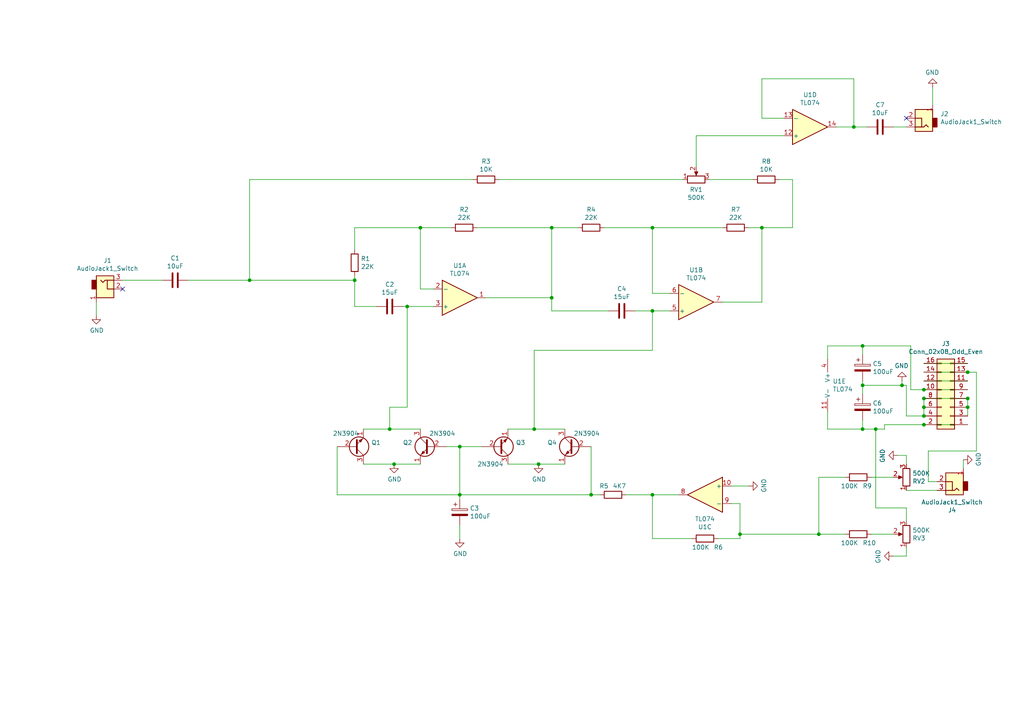
<source format=kicad_sch>
(kicad_sch (version 20250114) (generator "eeschema") (generator_version "9.0")
  (paper "A4")
  (lib_symbols
    (symbol "Amplifier_Operational:TL074" (pin_names (offset 0.127))
      (property "Reference" "U" (at 0 5.08 0))
      (property "Value" "TL074" (at 0 -5.08 0))
      (symbol "TL074_1_1"
        (polyline (pts (xy -5.08 5.08) (xy 5.08 0) (xy -5.08 -5.08) (xy -5.08 5.08)) (stroke (width 0.254)) (fill (type background)))
        (pin input line (at -7.62 2.54 0) (length 2.54) (name "+") (number "3"))
        (pin input line (at -7.62 -2.54 0) (length 2.54) (name "-") (number "2"))
        (pin output line (at 7.62 0 180) (length 2.54) (name "~") (number "1"))
      )
      (symbol "TL074_2_1"
        (polyline (pts (xy -5.08 5.08) (xy 5.08 0) (xy -5.08 -5.08) (xy -5.08 5.08)) (stroke (width 0.254)) (fill (type background)))
        (pin input line (at -7.62 2.54 0) (length 2.54) (name "+") (number "5"))
        (pin input line (at -7.62 -2.54 0) (length 2.54) (name "-") (number "6"))
        (pin output line (at 7.62 0 180) (length 2.54) (name "~") (number "7"))
      )
      (symbol "TL074_3_1"
        (polyline (pts (xy -5.08 5.08) (xy 5.08 0) (xy -5.08 -5.08) (xy -5.08 5.08)) (stroke (width 0.254)) (fill (type background)))
        (pin input line (at -7.62 2.54 0) (length 2.54) (name "+") (number "10"))
        (pin input line (at -7.62 -2.54 0) (length 2.54) (name "-") (number "9"))
        (pin output line (at 7.62 0 180) (length 2.54) (name "~") (number "8"))
      )
      (symbol "TL074_4_1"
        (polyline (pts (xy -5.08 5.08) (xy 5.08 0) (xy -5.08 -5.08) (xy -5.08 5.08)) (stroke (width 0.254)) (fill (type background)))
        (pin input line (at -7.62 2.54 0) (length 2.54) (name "+") (number "12"))
        (pin input line (at -7.62 -2.54 0) (length 2.54) (name "-") (number "13"))
        (pin output line (at 7.62 0 180) (length 2.54) (name "~") (number "14"))
      )
      (symbol "TL074_5_1"
        (pin power_in line (at -2.54 7.62 270) (length 3.81) (name "V+") (number "4"))
        (pin power_in line (at -2.54 -7.62 90) (length 3.81) (name "V-") (number "11"))
      )
    )
    (symbol "Connector_Generic:Conn_02x08_Odd_Even" (pin_names (offset 1.016) (hide yes))
      (property "Reference" "J" (at 1.27 10.16 0))
      (property "Value" "Conn_02x08_Odd_Even" (at 1.27 -12.7 0))
      (symbol "Conn_02x08_Odd_Even_1_1"
        (rectangle (start -1.27 8.89) (end 3.81 -11.43) (stroke (width 0.254)) (fill (type background)))
        (rectangle (start -1.27 7.747) (end 0 7.493) (stroke (width 0.1524)))
        (rectangle (start -1.27 5.207) (end 0 4.953) (stroke (width 0.1524)))
        (rectangle (start -1.27 2.667) (end 0 2.413) (stroke (width 0.1524)))
        (rectangle (start -1.27 0.127) (end 0 -0.127) (stroke (width 0.1524)))
        (rectangle (start -1.27 -2.413) (end 0 -2.667) (stroke (width 0.1524)))
        (rectangle (start -1.27 -4.953) (end 0 -5.207) (stroke (width 0.1524)))
        (rectangle (start -1.27 -7.493) (end 0 -7.747) (stroke (width 0.1524)))
        (rectangle (start -1.27 -10.033) (end 0 -10.287) (stroke (width 0.1524)))
        (rectangle (start 3.81 7.747) (end 2.54 7.493) (stroke (width 0.1524)))
        (rectangle (start 3.81 5.207) (end 2.54 4.953) (stroke (width 0.1524)))
        (rectangle (start 3.81 2.667) (end 2.54 2.413) (stroke (width 0.1524)))
        (rectangle (start 3.81 0.127) (end 2.54 -0.127) (stroke (width 0.1524)))
        (rectangle (start 3.81 -2.413) (end 2.54 -2.667) (stroke (width 0.1524)))
        (rectangle (start 3.81 -4.953) (end 2.54 -5.207) (stroke (width 0.1524)))
        (rectangle (start 3.81 -7.493) (end 2.54 -7.747) (stroke (width 0.1524)))
        (rectangle (start 3.81 -10.033) (end 2.54 -10.287) (stroke (width 0.1524)))
        (pin passive line (at -5.08 7.62 0) (length 3.81) (name "Pin_1") (number "1"))
        (pin passive line (at -5.08 5.08 0) (length 3.81) (name "Pin_3") (number "3"))
        (pin passive line (at -5.08 2.54 0) (length 3.81) (name "Pin_5") (number "5"))
        (pin passive line (at -5.08 0 0) (length 3.81) (name "Pin_7") (number "7"))
        (pin passive line (at -5.08 -2.54 0) (length 3.81) (name "Pin_9") (number "9"))
        (pin passive line (at -5.08 -5.08 0) (length 3.81) (name "Pin_11") (number "11"))
        (pin passive line (at -5.08 -7.62 0) (length 3.81) (name "Pin_13") (number "13"))
        (pin passive line (at -5.08 -10.16 0) (length 3.81) (name "Pin_15") (number "15"))
        (pin passive line (at 7.62 7.62 180) (length 3.81) (name "Pin_2") (number "2"))
        (pin passive line (at 7.62 5.08 180) (length 3.81) (name "Pin_4") (number "4"))
        (pin passive line (at 7.62 2.54 180) (length 3.81) (name "Pin_6") (number "6"))
        (pin passive line (at 7.62 0 180) (length 3.81) (name "Pin_8") (number "8"))
        (pin passive line (at 7.62 -2.54 180) (length 3.81) (name "Pin_10") (number "10"))
        (pin passive line (at 7.62 -5.08 180) (length 3.81) (name "Pin_12") (number "12"))
        (pin passive line (at 7.62 -7.62 180) (length 3.81) (name "Pin_14") (number "14"))
        (pin passive line (at 7.62 -10.16 180) (length 3.81) (name "Pin_16") (number "16"))
      )
    )
    (symbol "Custom_Lib:AudioJack1_Switch"
      (property "Reference" "J" (at 0 8.89 0))
      (property "Value" "Custom_Lib_AudioJack1_Switch" (at 0 6.35 0))
      (symbol "AudioJack1_Switch_0_1"
        (rectangle (start -2.54 0) (end -3.81 2.54) (stroke (width 0.254)) (fill (type outline)))
        (polyline (pts (xy -1.27 2.54) (xy -0.635 1.905) (xy 0 2.54) (xy 2.54 2.54)) (stroke (width 0.254)))
        (polyline (pts (xy 0.635 2.54) (xy 0.635 0) (xy 2.54 0)) (stroke (width 0.254)))
        (rectangle (start 2.54 3.81) (end -2.54 -2.54) (stroke (width 0.254)) (fill (type background)))
      )
      (symbol "AudioJack1_Switch_1_1"
        (pin passive line (at -2.54 -3.81 90) (length 2.54) (name "~") (number "1"))
        (pin passive line (at 5.08 2.54 180) (length 2.54) (name "~") (number "3"))
        (pin passive line (at 5.08 0 180) (length 2.54) (name "~") (number "2"))
      )
    )
    (symbol "Device:C" (pin_numbers (hide yes)) (pin_names (offset 0.254))
      (property "Reference" "C" (at 0.635 2.54 0))
      (property "Value" "C" (at 0.635 -2.54 0))
      (symbol "C_0_1"
        (polyline (pts (xy -2.032 0.762) (xy 2.032 0.762)) (stroke (width 0.508)))
        (polyline (pts (xy -2.032 -0.762) (xy 2.032 -0.762)) (stroke (width 0.508)))
      )
      (symbol "C_1_1"
        (pin passive line (at 0 3.81 270) (length 2.794) (name "~") (number "1"))
        (pin passive line (at 0 -3.81 90) (length 2.794) (name "~") (number "2"))
      )
    )
    (symbol "Device:CP" (pin_numbers (hide yes)) (pin_names (offset 0.254))
      (property "Reference" "C" (at 0.635 2.54 0))
      (property "Value" "Device_CP" (at 0.635 -2.54 0))
      (symbol "CP_0_1"
        (rectangle (start -2.286 0.508) (end 2.286 1.016))
        (polyline (pts (xy -1.778 2.286) (xy -0.762 2.286)))
        (polyline (pts (xy -1.27 2.794) (xy -1.27 1.778)))
        (rectangle (start 2.286 -0.508) (end -2.286 -1.016) (fill (type outline)))
      )
      (symbol "CP_1_1"
        (pin passive line (at 0 3.81 270) (length 2.794) (name "~") (number "1"))
        (pin passive line (at 0 -3.81 90) (length 2.794) (name "~") (number "2"))
      )
    )
    (symbol "Device:R" (pin_numbers (hide yes)) (pin_names (offset 0))
      (property "Reference" "R" (at 2.032 0 90))
      (property "Value" "R" (at 0 0 90))
      (symbol "R_0_1"
        (rectangle (start -1.016 -2.54) (end 1.016 2.54) (stroke (width 0.254)))
      )
      (symbol "R_1_1"
        (pin passive line (at 0 3.81 270) (length 1.27) (name "~") (number "1"))
        (pin passive line (at 0 -3.81 90) (length 1.27) (name "~") (number "2"))
      )
    )
    (symbol "Device:R_POT" (pin_names (offset 1.016) (hide yes))
      (property "Reference" "RV" (at -4.445 0 90))
      (property "Value" "Device_R_POT" (at -2.54 0 90))
      (symbol "R_POT_0_1"
        (rectangle (start 1.016 2.54) (end -1.016 -2.54) (stroke (width 0.254)))
        (polyline (pts (xy 1.143 0) (xy 2.286 0.508) (xy 2.286 -0.508) (xy 1.143 0)) (fill (type outline)))
        (polyline (pts (xy 2.54 0) (xy 1.524 0)))
      )
      (symbol "R_POT_1_1"
        (pin passive line (at 0 3.81 270) (length 1.27) (name "1") (number "1"))
        (pin passive line (at 0 -3.81 90) (length 1.27) (name "3") (number "3"))
        (pin passive line (at 3.81 0 180) (length 1.27) (name "2") (number "2"))
      )
    )
    (symbol "Transistor_BJT:2N3904" (pin_names (offset 0) (hide yes))
      (property "Reference" "Q" (at 5.08 1.905 0))
      (property "Value" "2N3904" (at 5.08 0 0))
      (symbol "2N3904_0_1"
        (polyline (pts (xy 0.635 1.905) (xy 0.635 -1.905) (xy 0.635 -1.905)) (stroke (width 0.508)))
        (polyline (pts (xy 0.635 0.635) (xy 2.54 2.54)))
        (polyline (pts (xy 0.635 -0.635) (xy 2.54 -2.54) (xy 2.54 -2.54)))
        (circle (center 1.27 0) (radius 2.8194) (stroke (width 0.254)))
        (polyline (pts (xy 1.27 -1.778) (xy 1.778 -1.27) (xy 2.286 -2.286) (xy 1.27 -1.778) (xy 1.27 -1.778)) (fill (type outline)))
      )
      (symbol "2N3904_1_1"
        (pin passive line (at -5.08 0 0) (length 5.715) (name "B") (number "2"))
        (pin passive line (at 2.54 5.08 270) (length 2.54) (name "C") (number "3"))
        (pin passive line (at 2.54 -5.08 90) (length 2.54) (name "E") (number "1"))
      )
    )
    (symbol "power:GND" (power) (pin_names (offset 0))
      (property "Value" "GND" (at 0 -3.81 0))
      (symbol "GND_0_1"
        (polyline (pts (xy 0 0) (xy 0 -1.27) (xy 1.27 -1.27) (xy 0 -2.54) (xy -1.27 -1.27) (xy 0 -1.27)))
      )
      (symbol "GND_1_1"
        (pin power_in line (at 0 0 270) (length 0) (hide yes) (name "GND") (number "1"))
      )
    )
  )
  (junction (at 118.11 88.9))
  (junction (at 237.49 154.94))
  (junction (at 171.45 143.51))
  (junction (at 250.19 100.33))
  (junction (at 267.97 118.11))
  (junction (at 247.65 36.83))
  (junction (at 267.97 123.19))
  (junction (at 189.23 90.17))
  (junction (at 267.97 115.57))
  (junction (at 114.3 134.62))
  (junction (at 154.94 124.46))
  (junction (at 133.35 143.51))
  (junction (at 267.97 113.03))
  (junction (at 267.97 120.65))
  (junction (at 220.98 66.04))
  (junction (at 254 124.46))
  (junction (at 280.67 107.95))
  (junction (at 214.63 154.94))
  (junction (at 160.02 86.36))
  (junction (at 250.19 111.76))
  (junction (at 261.62 111.76))
  (junction (at 189.23 66.04))
  (junction (at 121.92 66.04))
  (junction (at 102.87 81.28))
  (junction (at 250.19 124.46))
  (junction (at 72.39 81.28))
  (junction (at 160.02 66.04))
  (junction (at 156.21 134.62))
  (junction (at 280.67 118.11))
  (junction (at 280.67 115.57))
  (junction (at 189.23 143.51))
  (junction (at 113.03 124.46))
  (junction (at 133.35 129.54))
  (no_connect (at 35.56 83.82))
  (no_connect (at 262.89 34.29))
  (wire (pts (xy 196.85 143.51) (xy 189.23 143.51)))
  (wire (pts (xy 212.09 146.05) (xy 214.63 146.05)))
  (wire (pts (xy 118.11 118.11) (xy 113.03 118.11)))
  (wire (pts (xy 250.19 100.33) (xy 264.16 100.33)))
  (wire (pts (xy 27.94 87.63) (xy 27.94 91.44)))
  (wire (pts (xy 116.84 88.9) (xy 118.11 88.9)))
  (wire (pts (xy 214.63 156.21) (xy 208.28 156.21)))
  (wire (pts (xy 147.32 134.62) (xy 156.21 134.62)))
  (wire (pts (xy 262.89 158.75) (xy 262.89 161.29)))
  (wire (pts (xy 154.94 101.6) (xy 189.23 101.6)))
  (wire (pts (xy 267.97 105.41) (xy 280.67 105.41)))
  (wire (pts (xy 262.89 147.32) (xy 254 147.32)))
  (wire (pts (xy 189.23 143.51) (xy 181.61 143.51)))
  (wire (pts (xy 184.15 90.17) (xy 189.23 90.17)))
  (wire (pts (xy 264.16 113.03) (xy 264.16 100.33)))
  (wire (pts (xy 133.35 143.51) (xy 133.35 144.78)))
  (wire (pts (xy 259.08 138.43) (xy 252.73 138.43)))
  (wire (pts (xy 283.21 107.95) (xy 283.21 130.81)))
  (wire (pts (xy 220.98 22.86) (xy 247.65 22.86)))
  (wire (pts (xy 267.97 120.65) (xy 267.97 118.11)))
  (wire (pts (xy 250.19 111.76) (xy 261.62 111.76)))
  (wire (pts (xy 267.97 107.95) (xy 280.67 107.95)))
  (wire (pts (xy 102.87 66.04) (xy 121.92 66.04)))
  (wire (pts (xy 270.51 30.48) (xy 270.51 25.4)))
  (wire (pts (xy 250.19 111.76) (xy 250.19 114.3)))
  (wire (pts (xy 133.35 129.54) (xy 139.7 129.54)))
  (wire (pts (xy 262.89 132.08) (xy 260.35 132.08)))
  (wire (pts (xy 156.21 134.62) (xy 163.83 134.62)))
  (wire (pts (xy 113.03 124.46) (xy 121.92 124.46)))
  (wire (pts (xy 279.4 135.89) (xy 279.4 133.35)))
  (wire (pts (xy 240.03 104.14) (xy 240.03 100.33)))
  (wire (pts (xy 160.02 86.36) (xy 160.02 90.17)))
  (wire (pts (xy 262.89 151.13) (xy 262.89 147.32)))
  (wire (pts (xy 105.41 134.62) (xy 114.3 134.62)))
  (wire (pts (xy 214.63 154.94) (xy 214.63 156.21)))
  (wire (pts (xy 226.06 52.07) (xy 229.87 52.07)))
  (wire (pts (xy 198.12 52.07) (xy 144.78 52.07)))
  (wire (pts (xy 271.78 142.24) (xy 262.89 142.24)))
  (wire (pts (xy 269.24 139.7) (xy 271.78 139.7)))
  (wire (pts (xy 212.09 140.97) (xy 217.17 140.97)))
  (wire (pts (xy 138.43 66.04) (xy 160.02 66.04)))
  (wire (pts (xy 229.87 52.07) (xy 229.87 66.04)))
  (wire (pts (xy 133.35 152.4) (xy 133.35 156.21)))
  (wire (pts (xy 240.03 100.33) (xy 250.19 100.33)))
  (wire (pts (xy 194.31 85.09) (xy 189.23 85.09)))
  (wire (pts (xy 121.92 83.82) (xy 125.73 83.82)))
  (wire (pts (xy 121.92 66.04) (xy 130.81 66.04)))
  (wire (pts (xy 259.08 154.94) (xy 252.73 154.94)))
  (wire (pts (xy 140.97 86.36) (xy 160.02 86.36)))
  (wire (pts (xy 218.44 52.07) (xy 205.74 52.07)))
  (wire (pts (xy 154.94 101.6) (xy 154.94 124.46)))
  (wire (pts (xy 154.94 124.46) (xy 163.83 124.46)))
  (wire (pts (xy 171.45 143.51) (xy 133.35 143.51)))
  (wire (pts (xy 262.89 134.62) (xy 262.89 132.08)))
  (wire (pts (xy 189.23 85.09) (xy 189.23 66.04)))
  (wire (pts (xy 267.97 118.11) (xy 267.97 115.57)))
  (wire (pts (xy 189.23 66.04) (xy 209.55 66.04)))
  (wire (pts (xy 261.62 110.49) (xy 261.62 111.76)))
  (wire (pts (xy 209.55 87.63) (xy 220.98 87.63)))
  (wire (pts (xy 256.54 124.46) (xy 254 124.46)))
  (wire (pts (xy 118.11 88.9) (xy 118.11 118.11)))
  (wire (pts (xy 214.63 146.05) (xy 214.63 154.94)))
  (wire (pts (xy 280.67 118.11) (xy 280.67 120.65)))
  (wire (pts (xy 262.89 161.29) (xy 259.08 161.29)))
  (wire (pts (xy 189.23 156.21) (xy 189.23 143.51)))
  (wire (pts (xy 262.89 120.65) (xy 262.89 111.76)))
  (wire (pts (xy 102.87 72.39) (xy 102.87 66.04)))
  (wire (pts (xy 72.39 52.07) (xy 72.39 81.28)))
  (wire (pts (xy 200.66 156.21) (xy 189.23 156.21)))
  (wire (pts (xy 129.54 129.54) (xy 133.35 129.54)))
  (wire (pts (xy 113.03 118.11) (xy 113.03 124.46)))
  (wire (pts (xy 102.87 88.9) (xy 109.22 88.9)))
  (wire (pts (xy 267.97 120.65) (xy 262.89 120.65)))
  (wire (pts (xy 160.02 66.04) (xy 167.64 66.04)))
  (wire (pts (xy 250.19 110.49) (xy 250.19 111.76)))
  (wire (pts (xy 201.93 39.37) (xy 227.33 39.37)))
  (wire (pts (xy 254 147.32) (xy 254 124.46)))
  (wire (pts (xy 35.56 81.28) (xy 46.99 81.28)))
  (wire (pts (xy 220.98 34.29) (xy 220.98 22.86)))
  (wire (pts (xy 240.03 119.38) (xy 240.03 124.46)))
  (wire (pts (xy 54.61 81.28) (xy 72.39 81.28)))
  (wire (pts (xy 280.67 107.95) (xy 283.21 107.95)))
  (wire (pts (xy 247.65 36.83) (xy 242.57 36.83)))
  (wire (pts (xy 247.65 22.86) (xy 247.65 36.83)))
  (wire (pts (xy 250.19 124.46) (xy 250.19 121.92)))
  (wire (pts (xy 269.24 130.81) (xy 269.24 139.7)))
  (wire (pts (xy 250.19 100.33) (xy 250.19 102.87)))
  (wire (pts (xy 189.23 101.6) (xy 189.23 90.17)))
  (wire (pts (xy 114.3 134.62) (xy 121.92 134.62)))
  (wire (pts (xy 102.87 81.28) (xy 102.87 80.01)))
  (wire (pts (xy 280.67 123.19) (xy 267.97 123.19)))
  (wire (pts (xy 245.11 154.94) (xy 237.49 154.94)))
  (wire (pts (xy 189.23 90.17) (xy 194.31 90.17)))
  (wire (pts (xy 175.26 66.04) (xy 189.23 66.04)))
  (wire (pts (xy 240.03 124.46) (xy 250.19 124.46)))
  (wire (pts (xy 254 124.46) (xy 250.19 124.46)))
  (wire (pts (xy 280.67 113.03) (xy 267.97 113.03)))
  (wire (pts (xy 267.97 123.19) (xy 256.54 123.19)))
  (wire (pts (xy 259.08 36.83) (xy 262.89 36.83)))
  (wire (pts (xy 133.35 143.51) (xy 133.35 129.54)))
  (wire (pts (xy 256.54 123.19) (xy 256.54 124.46)))
  (wire (pts (xy 72.39 81.28) (xy 102.87 81.28)))
  (wire (pts (xy 201.93 48.26) (xy 201.93 39.37)))
  (wire (pts (xy 220.98 66.04) (xy 217.17 66.04)))
  (wire (pts (xy 173.99 143.51) (xy 171.45 143.51)))
  (wire (pts (xy 121.92 66.04) (xy 121.92 83.82)))
  (wire (pts (xy 283.21 130.81) (xy 269.24 130.81)))
  (wire (pts (xy 280.67 115.57) (xy 267.97 115.57)))
  (wire (pts (xy 118.11 88.9) (xy 125.73 88.9)))
  (wire (pts (xy 137.16 52.07) (xy 72.39 52.07)))
  (wire (pts (xy 102.87 81.28) (xy 102.87 88.9)))
  (wire (pts (xy 160.02 86.36) (xy 160.02 66.04)))
  (wire (pts (xy 227.33 34.29) (xy 220.98 34.29)))
  (wire (pts (xy 280.67 110.49) (xy 267.97 110.49)))
  (wire (pts (xy 97.79 143.51) (xy 133.35 143.51)))
  (wire (pts (xy 171.45 129.54) (xy 171.45 143.51)))
  (wire (pts (xy 280.67 115.57) (xy 280.67 118.11)))
  (wire (pts (xy 160.02 90.17) (xy 176.53 90.17)))
  (wire (pts (xy 229.87 66.04) (xy 220.98 66.04)))
  (wire (pts (xy 220.98 87.63) (xy 220.98 66.04)))
  (wire (pts (xy 251.46 36.83) (xy 247.65 36.83)))
  (wire (pts (xy 237.49 154.94) (xy 214.63 154.94)))
  (wire (pts (xy 261.62 111.76) (xy 262.89 111.76)))
  (wire (pts (xy 237.49 138.43) (xy 237.49 154.94)))
  (wire (pts (xy 105.41 124.46) (xy 113.03 124.46)))
  (wire (pts (xy 245.11 138.43) (xy 237.49 138.43)))
  (wire (pts (xy 147.32 124.46) (xy 154.94 124.46)))
  (wire (pts (xy 97.79 129.54) (xy 97.79 143.51)))
  (wire (pts (xy 267.97 113.03) (xy 264.16 113.03)))
  (symbol (lib_id "Amplifier_Operational:TL074") (at 133.35 86.36 0) (mirror x) (unit 1)
    (property "Reference" "U1" (at 133.35 77.0382 0))
    (property "Value" "TL074" (at 133.35 79.3496 0))
    (property "Footprint" "Housings_DIP:DIP-14_W7.62mm_Socket" (effects (hide yes)))
    (property "Datasheet" "http://www.ti.com/lit/ds/symlink/tl071.pdf" (effects (hide yes)))
  )
  (symbol (lib_id "Amplifier_Operational:TL074") (at 201.93 87.63 0) (mirror x) (unit 2)
    (property "Reference" "U1" (at 201.93 78.3082 0))
    (property "Value" "TL074" (at 201.93 80.6196 0))
    (property "Footprint" "Housings_DIP:DIP-14_W7.62mm_Socket" (effects (hide yes)))
    (property "Datasheet" "http://www.ti.com/lit/ds/symlink/tl071.pdf" (effects (hide yes)))
  )
  (symbol (lib_id "Amplifier_Operational:TL074") (at 204.47 143.51 0) (mirror y) (unit 3)
    (property "Reference" "U1" (at 204.47 152.8318 0))
    (property "Value" "TL074" (at 204.47 150.5204 0))
    (property "Footprint" "Housings_DIP:DIP-14_W7.62mm_Socket" (effects (hide yes)))
    (property "Datasheet" "http://www.ti.com/lit/ds/symlink/tl071.pdf" (effects (hide yes)))
  )
  (symbol (lib_id "Amplifier_Operational:TL074") (at 234.95 36.83 0) (mirror x) (unit 4)
    (property "Reference" "U1" (at 234.95 27.5082 0))
    (property "Value" "TL074" (at 234.95 29.8196 0))
    (property "Footprint" "Housings_DIP:DIP-14_W7.62mm_Socket" (effects (hide yes)))
    (property "Datasheet" "http://www.ti.com/lit/ds/symlink/tl071.pdf" (effects (hide yes)))
  )
  (symbol (lib_id "Amplifier_Operational:TL074") (at 242.57 111.76 0) (unit 5)
    (property "Reference" "U1" (at 241.5032 110.5916 0) (effects (justify left)))
    (property "Value" "TL074" (at 241.5032 112.903 0) (effects (justify left)))
    (property "Footprint" "Housings_DIP:DIP-14_W7.62mm_Socket" (effects (hide yes)))
    (property "Datasheet" "http://www.ti.com/lit/ds/symlink/tl071.pdf" (effects (hide yes)))
  )
  (symbol (lib_id "Device:R_POT") (at 262.89 154.94 180) (unit 1)
    (property "Reference" "RV3" (at 264.6426 156.1084 0) (effects (justify right)))
    (property "Value" "500K" (at 264.6426 153.797 0) (effects (justify right)))
    (property "Footprint" "Potentiometers:Potentiometer_Bourns_PTV09A-2_Vertical" (effects (hide yes)))
  )
  (symbol (lib_id "Device:R_POT") (at 262.89 138.43 180) (unit 1)
    (property "Reference" "RV2" (at 264.6426 139.5984 0) (effects (justify right)))
    (property "Value" "500K" (at 264.6426 137.287 0) (effects (justify right)))
    (property "Footprint" "Potentiometers:Potentiometer_Bourns_PTV09A-2_Vertical" (effects (hide yes)))
  )
  (symbol (lib_id "Device:R_POT") (at 201.93 52.07 90) (unit 1)
    (property "Reference" "RV1" (at 201.93 54.991 90))
    (property "Value" "500K" (at 201.93 57.3024 90))
    (property "Footprint" "Potentiometers:Potentiometer_Bourns_PTV09A-2_Vertical" (effects (hide yes)))
  )
  (symbol (lib_id "Device:R") (at 134.62 66.04 270) (unit 1)
    (property "Reference" "R2" (at 134.62 60.7822 90))
    (property "Value" "22K" (at 134.62 63.0936 90))
    (property "Footprint" "Resistors_THT:R_Axial_DIN0207_L6.3mm_D2.5mm_P10.16mm_Horizontal" (effects (hide yes)))
  )
  (symbol (lib_id "Device:R") (at 171.45 66.04 270) (unit 1)
    (property "Reference" "R4" (at 171.45 60.7822 90))
    (property "Value" "22K" (at 171.45 63.0936 90))
    (property "Footprint" "Resistors_THT:R_Axial_DIN0207_L6.3mm_D2.5mm_P10.16mm_Horizontal" (effects (hide yes)))
  )
  (symbol (lib_id "Device:R") (at 177.8 143.51 90) (unit 1)
    (property "Reference" "R5" (at 176.53 140.97 90) (effects (justify left)))
    (property "Value" "4K7" (at 181.61 140.97 90) (effects (justify left)))
    (property "Footprint" "Resistors_THT:R_Axial_DIN0207_L6.3mm_D2.5mm_P10.16mm_Horizontal" (effects (hide yes)))
  )
  (symbol (lib_id "Device:R") (at 248.92 154.94 270) (unit 1)
    (property "Reference" "R10" (at 250.19 157.48 90) (effects (justify left)))
    (property "Value" "100K" (at 243.84 157.48 90) (effects (justify left)))
    (property "Footprint" "Resistors_THT:R_Axial_DIN0207_L6.3mm_D2.5mm_P10.16mm_Horizontal" (effects (hide yes)))
  )
  (symbol (lib_id "Device:R") (at 248.92 138.43 270) (unit 1)
    (property "Reference" "R9" (at 250.19 140.97 90) (effects (justify left)))
    (property "Value" "100K" (at 243.84 140.97 90) (effects (justify left)))
    (property "Footprint" "Resistors_THT:R_Axial_DIN0207_L6.3mm_D2.5mm_P10.16mm_Horizontal" (effects (hide yes)))
  )
  (symbol (lib_id "Device:R") (at 204.47 156.21 270) (unit 1)
    (property "Reference" "R6" (at 207.01 158.75 90) (effects (justify left)))
    (property "Value" "100K" (at 200.66 158.75 90) (effects (justify left)))
    (property "Footprint" "Resistors_THT:R_Axial_DIN0207_L6.3mm_D2.5mm_P10.16mm_Horizontal" (effects (hide yes)))
  )
  (symbol (lib_id "Device:R") (at 102.87 76.2 0) (unit 1)
    (property "Reference" "R1" (at 104.648 75.0316 0) (effects (justify left)))
    (property "Value" "22K" (at 104.648 77.343 0) (effects (justify left)))
    (property "Footprint" "Resistors_THT:R_Axial_DIN0207_L6.3mm_D2.5mm_P10.16mm_Horizontal" (effects (hide yes)))
  )
  (symbol (lib_id "Device:R") (at 213.36 66.04 270) (unit 1)
    (property "Reference" "R7" (at 213.36 60.7822 90))
    (property "Value" "22K" (at 213.36 63.0936 90))
    (property "Footprint" "Resistors_THT:R_Axial_DIN0207_L6.3mm_D2.5mm_P10.16mm_Horizontal" (effects (hide yes)))
  )
  (symbol (lib_id "Device:R") (at 140.97 52.07 270) (unit 1)
    (property "Reference" "R3" (at 140.97 46.8122 90))
    (property "Value" "10K" (at 140.97 49.1236 90))
    (property "Footprint" "Resistors_THT:R_Axial_DIN0207_L6.3mm_D2.5mm_P10.16mm_Horizontal" (effects (hide yes)))
  )
  (symbol (lib_id "Device:R") (at 222.25 52.07 270) (unit 1)
    (property "Reference" "R8" (at 222.25 46.8122 90))
    (property "Value" "10K" (at 222.25 49.1236 90))
    (property "Footprint" "Resistors_THT:R_Axial_DIN0207_L6.3mm_D2.5mm_P10.16mm_Horizontal" (effects (hide yes)))
  )
  (symbol (lib_id "Device:C") (at 50.8 81.28 270) (unit 1)
    (property "Reference" "C1" (at 50.8 74.8792 90))
    (property "Value" "10uF" (at 50.8 77.1906 90))
    (property "Footprint" "Capacitors_THT:C_Disc_D5.0mm_W2.5mm_P2.50mm" (effects (hide yes)))
  )
  (symbol (lib_id "Device:C") (at 180.34 90.17 270) (unit 1)
    (property "Reference" "C4" (at 180.34 83.7692 90))
    (property "Value" "15uF" (at 180.34 86.0806 90))
    (property "Footprint" "Capacitors_THT:C_Disc_D5.0mm_W2.5mm_P2.50mm" (effects (hide yes)))
  )
  (symbol (lib_id "Device:C") (at 113.03 88.9 270) (unit 1)
    (property "Reference" "C2" (at 113.03 82.4992 90))
    (property "Value" "15uF" (at 113.03 84.8106 90))
    (property "Footprint" "Capacitors_THT:C_Disc_D5.0mm_W2.5mm_P2.50mm" (effects (hide yes)))
  )
  (symbol (lib_id "Device:CP") (at 133.35 148.59 0) (unit 1)
    (property "Reference" "C3" (at 136.271 147.4216 0) (effects (justify left)))
    (property "Value" "100uF" (at 136.271 149.733 0) (effects (justify left)))
    (property "Footprint" "Capacitors_THT:CP_Radial_D6.3mm_P2.50mm" (effects (hide yes)))
  )
  (symbol (lib_id "Device:C") (at 255.27 36.83 270) (unit 1)
    (property "Reference" "C7" (at 255.27 30.4292 90))
    (property "Value" "10uF" (at 255.27 32.7406 90))
    (property "Footprint" "Capacitors_THT:C_Disc_D5.0mm_W2.5mm_P2.50mm" (effects (hide yes)))
  )
  (symbol (lib_id "Custom_Lib:AudioJack1_Switch") (at 30.48 83.82 0) (unit 1)
    (property "Reference" "J1" (at 31.1912 75.565 0))
    (property "Value" "AudioJack1_Switch" (at 31.1912 77.8764 0))
    (property "Footprint" "Custom_Library:Mono_Jack_3.5mm_Switch_Switchcraft_35RAPC2AH3" (effects (hide yes)))
  )
  (symbol (lib_id "Custom_Lib:AudioJack1_Switch") (at 276.86 139.7 180) (unit 1)
    (property "Reference" "J4" (at 276.1488 147.955 0))
    (property "Value" "AudioJack1_Switch" (at 276.1488 145.6436 0))
    (property "Footprint" "Custom_Library:Mono_Jack_3.5mm_Switch_Switchcraft_35RAPC2AH3" (effects (hide yes)))
  )
  (symbol (lib_id "Custom_Lib:AudioJack1_Switch") (at 267.97 34.29 180) (unit 1)
    (property "Reference" "J2" (at 272.7452 33.0454 0) (effects (justify right)))
    (property "Value" "AudioJack1_Switch" (at 272.7452 35.3568 0) (effects (justify right)))
    (property "Footprint" "Custom_Library:Mono_Jack_3.5mm_Switch_Switchcraft_35RAPC2AH3" (effects (hide yes)))
  )
  (symbol (lib_id "Connector_Generic:Conn_02x08_Odd_Even") (at 275.59 115.57 180) (unit 1)
    (property "Reference" "J3" (at 274.32 99.695 0))
    (property "Value" "Conn_02x08_Odd_Even" (at 274.32 102.0064 0))
    (property "Footprint" "Pin_Headers:Pin_Header_Straight_2x08_Pitch2.54mm" (effects (hide yes)))
  )
  (symbol (lib_id "Device:CP") (at 250.19 106.68 0) (unit 1)
    (property "Reference" "C5" (at 253.111 105.5116 0) (effects (justify left)))
    (property "Value" "100uF" (at 253.111 107.823 0) (effects (justify left)))
    (property "Footprint" "Capacitors_THT:CP_Radial_D6.3mm_P2.50mm" (effects (hide yes)))
  )
  (symbol (lib_id "Device:CP") (at 250.19 118.11 0) (unit 1)
    (property "Reference" "C6" (at 253.111 116.9416 0) (effects (justify left)))
    (property "Value" "100uF" (at 253.111 119.253 0) (effects (justify left)))
    (property "Footprint" "Capacitors_THT:CP_Radial_D6.3mm_P2.50mm" (effects (hide yes)))
  )
  (symbol (lib_id "power:GND") (at 114.3 134.62 0) (unit 1)
    (property "Reference" "#PWR02" (effects (hide yes)))
    (property "Value" "GND" (at 114.427 139.0142 0))
  )
  (symbol (lib_id "power:GND") (at 156.21 134.62 0) (unit 1)
    (property "Reference" "#PWR04" (effects (hide yes)))
    (property "Value" "GND" (at 156.337 139.0142 0))
  )
  (symbol (lib_id "power:GND") (at 27.94 91.44 0) (unit 1)
    (property "Reference" "#PWR01" (effects (hide yes)))
    (property "Value" "GND" (at 28.067 95.8342 0))
  )
  (symbol (lib_id "power:GND") (at 270.51 25.4 180) (unit 1)
    (property "Reference" "#PWR09" (effects (hide yes)))
    (property "Value" "GND" (at 270.383 21.0058 0))
  )
  (symbol (lib_id "power:GND") (at 261.62 110.49 180) (unit 1)
    (property "Reference" "#PWR06" (effects (hide yes)))
    (property "Value" "GND" (at 261.493 106.0958 0))
  )
  (symbol (lib_id "power:GND") (at 279.4 133.35 90) (unit 1)
    (property "Reference" "#PWR010" (effects (hide yes)))
    (property "Value" "GND" (at 283.7942 133.223 0))
  )
  (symbol (lib_id "power:GND") (at 217.17 140.97 90) (unit 1)
    (property "Reference" "#PWR05" (effects (hide yes)))
    (property "Value" "GND" (at 221.5642 140.843 0))
  )
  (symbol (lib_id "power:GND") (at 133.35 156.21 0) (unit 1)
    (property "Reference" "#PWR03" (effects (hide yes)))
    (property "Value" "GND" (at 133.477 160.6042 0))
  )
  (symbol (lib_id "power:GND") (at 260.35 132.08 270) (unit 1)
    (property "Reference" "#PWR08" (effects (hide yes)))
    (property "Value" "GND" (at 255.9558 132.207 0))
  )
  (symbol (lib_id "power:GND") (at 259.08 161.29 270) (unit 1)
    (property "Reference" "#PWR07" (effects (hide yes)))
    (property "Value" "GND" (at 254.6858 161.417 0))
  )
  (symbol (lib_id "Transistor_BJT:2N3904") (at 124.46 129.54 0) (mirror y) (unit 1)
    (property "Reference" "Q2" (at 119.6086 128.3716 0) (effects (justify left)))
    (property "Value" "2N3904" (at 132.08 125.73 0) (effects (justify left)))
    (property "Footprint" "TO_SOT_Packages_THT:TO-92_Inline_Wide" (effects (hide yes)))
    (property "Datasheet" "https://www.fairchildsemi.com/datasheets/2N/2N3904.pdf" (effects (hide yes)))
  )
  (symbol (lib_id "Transistor_BJT:2N3904") (at 102.87 129.54 0) (mirror x) (unit 1)
    (property "Reference" "Q1" (at 107.696 128.3716 0) (effects (justify left)))
    (property "Value" "2N3904" (at 96.52 125.73 0) (effects (justify left)))
    (property "Footprint" "TO_SOT_Packages_THT:TO-92_Inline_Wide" (effects (hide yes)))
    (property "Datasheet" "https://www.fairchildsemi.com/datasheets/2N/2N3904.pdf" (effects (hide yes)))
  )
  (symbol (lib_id "Transistor_BJT:2N3904") (at 144.78 129.54 0) (mirror x) (unit 1)
    (property "Reference" "Q3" (at 149.606 128.3716 0) (effects (justify left)))
    (property "Value" "2N3904" (at 138.43 134.62 0) (effects (justify left)))
    (property "Footprint" "TO_SOT_Packages_THT:TO-92_Inline_Wide" (effects (hide yes)))
    (property "Datasheet" "https://www.fairchildsemi.com/datasheets/2N/2N3904.pdf" (effects (hide yes)))
  )
  (symbol (lib_id "Transistor_BJT:2N3904") (at 166.37 129.54 0) (mirror y) (unit 1)
    (property "Reference" "Q4" (at 161.5186 128.3716 0) (effects (justify left)))
    (property "Value" "2N3904" (at 173.99 125.73 0) (effects (justify left)))
    (property "Footprint" "TO_SOT_Packages_THT:TO-92_Inline_Wide" (effects (hide yes)))
    (property "Datasheet" "https://www.fairchildsemi.com/datasheets/2N/2N3904.pdf" (effects (hide yes)))
  )
)
</source>
